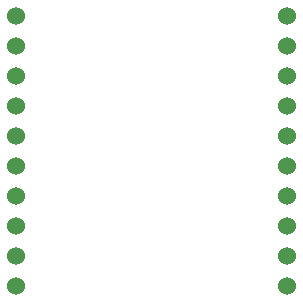
<source format=gbl>
G04*
G04 #@! TF.GenerationSoftware,Altium Limited,Altium Designer,21.3.2 (30)*
G04*
G04 Layer_Physical_Order=2*
G04 Layer_Color=16711680*
%FSLAX25Y25*%
%MOIN*%
G70*
G04*
G04 #@! TF.SameCoordinates,7BD383CF-8327-4B0E-94BA-ADA198AFF3E9*
G04*
G04*
G04 #@! TF.FilePolarity,Positive*
G04*
G01*
G75*
%ADD17C,0.06000*%
D17*
X552500Y143500D02*
D03*
Y153500D02*
D03*
Y163500D02*
D03*
Y173500D02*
D03*
Y183500D02*
D03*
Y193500D02*
D03*
Y203500D02*
D03*
Y213500D02*
D03*
Y223500D02*
D03*
Y233500D02*
D03*
X642658D02*
D03*
Y223500D02*
D03*
Y213500D02*
D03*
Y203500D02*
D03*
Y193500D02*
D03*
Y183500D02*
D03*
Y173500D02*
D03*
Y163500D02*
D03*
Y153500D02*
D03*
Y143500D02*
D03*
M02*

</source>
